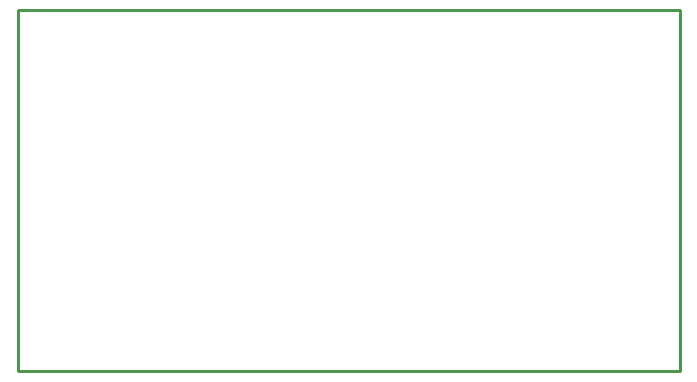
<source format=gko>
G04 Layer: BoardOutline*
G04 EasyEDA v6.4.19.4, 2021-04-04T11:51:27+01:00*
G04 4b0eb47da5f842609b4c8b729e81160f,e7a3d4c674b94ea3b1133014d1bc3374,10*
G04 Gerber Generator version 0.2*
G04 Scale: 100 percent, Rotated: No, Reflected: No *
G04 Dimensions in millimeters *
G04 leading zeros omitted , absolute positions ,4 integer and 5 decimal *
%FSLAX45Y45*%
%MOMM*%

%ADD10C,0.2540*%
D10*
X-2799994Y1529996D02*
G01*
X2799994Y1529996D01*
X2799994Y-1529996D01*
X-2799994Y-1529996D01*
X-2799994Y1529996D01*

%LPD*%
M02*

</source>
